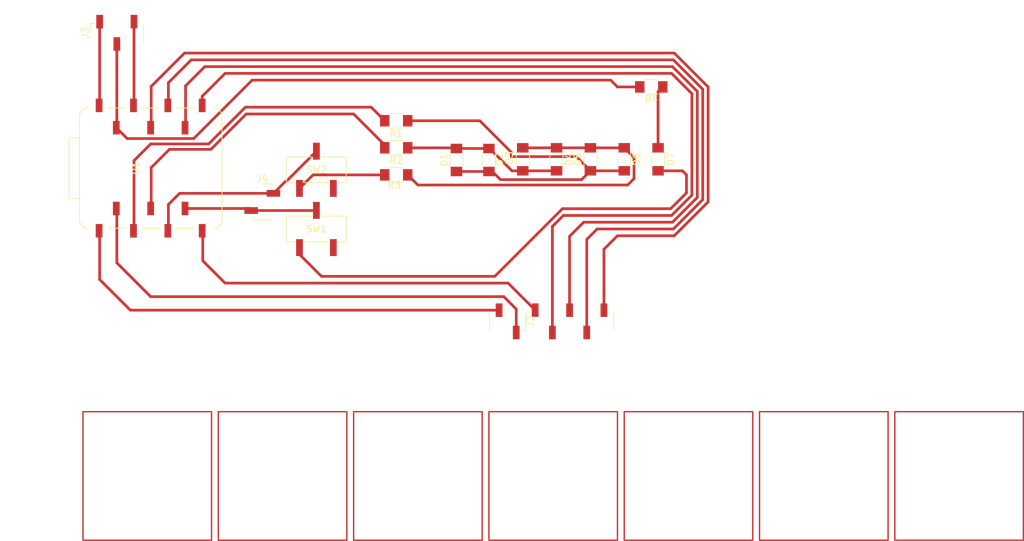
<source format=kicad_pcb>
(kicad_pcb (version 20240108) (generator "pcbnew") (generator_version "8.0")
  (layers (0 "F.Cu" signal) (31 "B.Cu" signal) (34 "B.Paste" user) (35 "F.Paste" user) (36 "B.SilkS" user "B.Silkscreen") (37 "F.SilkS" user "F.Silkscreen") (38 "B.Mask" user) (39 "F.Mask" user) (44 "Edge.Cuts" user))
  (net 0 "")
  (net 1 "Net-(D1-K)")
  (net 2 "Net-(D1-A)")
  (net 3 "Net-(D3-A)")
  (net 4 "Net-(D7-K)")
  (net 5 "D4_SCL")
  (net 6 "QT7_MOSI")
  (net 7 "QT3_TX")
  (net 8 "QT5_SCK")
  (net 9 "QT6_MISO")
  (net 10 "QT4_RX")
  (net 11 "QT1_DAC")
  (net 12 "QT2")
  (net 13 "PWR_5V")
  (net 14 "PWR_GND")
  (net 15 "PWR_3V3")
  (net 16 "D3_SDA")
  (net 17 "D1")
  (net 18 "D2")
  (net 20 "Net-(D7-A)")
  (net 21 "Net-(SW2-A)")
  (footprint "fab:SeeedStudio_XIAO_SocketSMD" (layer "F.Cu") (at 72 75 90)
    (property "Reference" "U1" (at 0.0025 -2.149 90) (layer "F.SilkS"))
    (property "Value" "SeeeduinoXIAO")
    (fp_line (start -7.6175 -10.531) (end 7.6225 -10.531) (stroke (width 0.12)) (layer "F.SilkS"))
    (fp_line (start 8.89 -6.35) (end 8.89 -3.81) (stroke (width 0.12)) (layer "F.SilkS"))
    (fp_line (start -8.89 -6.35) (end -8.89 -3.81) (stroke (width 0.12)) (layer "F.SilkS"))
    (fp_line (start 8.89 -1.27) (end 8.89 1.27) (stroke (width 0.12)) (layer "F.SilkS"))
    (fp_line (start -8.89 -1.27) (end -8.89 1.27) (stroke (width 0.12)) (layer "F.SilkS"))
    (fp_line (start 8.89 3.81) (end 8.89 6.35) (stroke (width 0.12)) (layer "F.SilkS"))
    (fp_line (start -8.89 3.81) (end -8.89 6.35) (stroke (width 0.12)) (layer "F.SilkS"))
    (fp_line (start 7.6225 10.551) (end -7.6175 10.551) (stroke (width 0.12)) (layer "F.SilkS"))
    (fp_rect (start -4.4975 -10.531) (end 4.5025 -12.055) (stroke (width 0.12)) (fill none) (layer "F.SilkS"))
    (fp_arc (start 7.6225 -10.531) (mid 8.520526 -10.159026) (end 8.8925 -9.261) (stroke (width 0.12)) (layer "F.SilkS"))
    (fp_arc (start -8.8875 -9.261) (mid -8.515526 -10.159026) (end -7.6175 -10.531) (stroke (width 0.12)) (layer "F.SilkS"))
    (fp_arc (start 8.8925 9.281) (mid 8.520526 10.179026) (end 7.6225 10.551) (stroke (width 0.12)) (layer "F.SilkS"))
    (fp_arc (start -7.6175 10.551) (mid -8.515526 10.179026) (end -8.8875 9.281) (stroke (width 0.12)) (layer "F.SilkS"))
    (pad "1" smd rect (at -9.27 -7.62 90) (size 2 1) (layers "F.Cu" "F.Paste" "F.Mask") (net 11 "QT1_DAC"))
    (pad "2" smd rect (at -5.97 -5.08 90) (size 2 1) (layers "F.Cu" "F.Paste" "F.Mask") (net 12 "QT2"))
    (pad "3" smd rect (at -9.27 -2.54 90) (size 2 1) (layers "F.Cu" "F.Paste" "F.Mask") (net 17 "D1"))
    (pad "4" smd rect (at -5.97 0 90) (size 2 1) (layers "F.Cu" "F.Paste" "F.Mask") (net 18 "D2"))
    (pad "5" smd rect (at -9.27 2.54 90) (size 2 1) (layers "F.Cu" "F.Paste" "F.Mask") (net 16 "D3_SDA"))
    (pad "6" smd rect (at -5.97 5.08 90) (size 2 1) (layers "F.Cu" "F.Paste" "F.Mask") (net 5 "D4_SCL"))
    (pad "7" smd rect (at -9.27 7.62 90) (size 2 1) (layers "F.Cu" "F.Paste" "F.Mask") (net 7 "QT3_TX"))
    (pad "8" smd rect (at 9.27 7.62 90) (size 2 1) (layers "F.Cu" "F.Paste" "F.Mask") (net 10 "QT4_RX"))
    (pad "9" smd rect (at 5.97 5.08 90) (size 2 1) (layers "F.Cu" "F.Paste" "F.Mask") (net 8 "QT5_SCK"))
    (pad "10" smd rect (at 9.27 2.54 90) (size 2 1) (layers "F.Cu" "F.Paste" "F.Mask") (net 9 "QT6_MISO"))
    (pad "11" smd rect (at 5.97 0 90) (size 2 1) (layers "F.Cu" "F.Paste" "F.Mask") (net 6 "QT7_MOSI"))
    (pad "12" smd rect (at 9.27 -2.54 90) (size 2 1) (layers "F.Cu" "F.Paste" "F.Mask") (net 15 "PWR_3V3"))
    (pad "13" smd rect (at 5.97 -5.08 90) (size 2 1) (layers "F.Cu" "F.Paste" "F.Mask") (net 14 "PWR_GND"))
    (pad "14" smd rect (at 9.27 -7.62 90) (size 2 1) (layers "F.Cu" "F.Paste" "F.Mask") (net 13 "PWR_5V"))
  )
  (footprint "fab:LED_1206" (layer "F.Cu") (at 147 73.7 -90)
    (property "Reference" "D7" (at 0 -1.85 90) (layer "F.SilkS"))
    (property "Value" "LED_1206")
    (fp_line (start -1.1 1) (end 1.1 1) (stroke (width 0.12)) (layer "F.SilkS"))
    (fp_line (start -1.1 -0.95) (end 1.1 -0.95) (stroke (width 0.12)) (layer "F.SilkS"))
    (pad "1" smd rect (at -1.7 0 270) (size 1.4 1.7) (layers "F.Cu" "F.Paste" "F.Mask") (net 4 "Net-(D7-K)"))
    (pad "2" smd rect (at 1.7 0 270) (size 1.4 1.7) (layers "F.Cu" "F.Paste" "F.Mask") (net 20 "Net-(D7-A)"))
  )
  (footprint "fab:PinSocket_1x05_P2.54mm_Vertical_SMD" (layer "F.Cu") (at 133.92 97.65 90)
    (property "Reference" "J1" (hide yes))
    (property "Value" "Conn_PinSocket_1x05_P2.54mm_Vertical_SMD")
    (fp_line (start 1.397 -6.477) (end 0 -6.477) (stroke (width 0.12)) (layer "F.SilkS"))
    (fp_line (start 1.397 -5.842) (end 1.397 -6.477) (stroke (width 0.12)) (layer "F.SilkS"))
    (fp_line (start -1.27 6.52) (end 1.27 6.52) (stroke (width 0.12)) (layer "F.SilkS"))
    (pad "1" smd rect (at 1.65 -5.08 90) (size 2 1) (layers "F.Cu" "F.Paste" "F.Mask") (net 7 "QT3_TX"))
    (pad "2" smd rect (at -1.65 -2.54 90) (size 2 1) (layers "F.Cu" "F.Paste" "F.Mask") (net 10 "QT4_RX"))
    (pad "3" smd rect (at 1.65 0 90) (size 2 1) (layers "F.Cu" "F.Paste" "F.Mask") (net 8 "QT5_SCK"))
    (pad "4" smd rect (at -1.65 2.54 90) (size 2 1) (layers "F.Cu" "F.Paste" "F.Mask") (net 9 "QT6_MISO"))
    (pad "5" smd rect (at 1.65 5.08 90) (size 2 1) (layers "F.Cu" "F.Paste" "F.Mask") (net 6 "QT7_MOSI"))
  )
  (footprint "fab:Switch_Slide_Top_CnK_JS102011JCQN_8.5x3.5mm" (layer "F.Cu") (at 96.5 84)
    (property "Reference" "SW1" (at 0.01 0 0) (layer "F.SilkS"))
    (property "Value" "Switch_Slide_Top_CnK" (hide yes))
    (fp_line (start -4.4 -1.9) (end -4.4 1.9) (stroke (width 0.12)) (layer "F.SilkS"))
    (fp_line (start -4.4 1.9) (end -3.2 1.9) (stroke (width 0.12)) (layer "F.SilkS"))
    (fp_line (start -1.8 1.9) (end 1.8 1.9) (stroke (width 0.12)) (layer "F.SilkS"))
    (fp_line (start -0.7 -1.9) (end -4.4 -1.9) (stroke (width 0.12)) (layer "F.SilkS"))
    (fp_line (start 3.2 1.9) (end 4.4 1.9) (stroke (width 0.12)) (layer "F.SilkS"))
    (fp_line (start 4.4 -1.9) (end 0.7 -1.9) (stroke (width 0.12)) (layer "F.SilkS"))
    (fp_line (start 4.4 1.9) (end 4.4 -1.9) (stroke (width 0.12)) (layer "F.SilkS"))
    (pad "1" smd rect (at -2.5 2.75) (size 1 2.5) (layers "F.Cu" "F.Paste" "F.Mask") (net 20 "Net-(D7-A)"))
    (pad "2" smd rect (at 0 -2.75) (size 1 2.5) (layers "F.Cu" "F.Paste" "F.Mask") (net 5 "D4_SCL"))
    (pad "3" smd rect (at 2.5 2.75) (size 1 2.5) (layers "F.Cu" "F.Paste" "F.Mask"))
  )
  (footprint "fab:LED_1206" (layer "F.Cu") (at 142 73.7 -90)
    (property "Reference" "D6" (at 0 -1.85 90) (layer "F.SilkS"))
    (property "Value" "LED_1206")
    (fp_line (start -1.1 1) (end 1.1 1) (stroke (width 0.12)) (layer "F.SilkS"))
    (fp_line (start -1.1 -0.95) (end 1.1 -0.95) (stroke (width 0.12)) (layer "F.SilkS"))
    (pad "1" smd rect (at -1.7 0 270) (size 1.4 1.7) (layers "F.Cu" "F.Paste" "F.Mask") (net 3 "Net-(D3-A)"))
    (pad "2" smd rect (at 1.7 0 270) (size 1.4 1.7) (layers "F.Cu" "F.Paste" "F.Mask") (net 1 "Net-(D1-K)"))
  )
  (footprint "fab:LED_1206" (layer "F.Cu") (at 137 73.7 90)
    (property "Reference" "D5" (at 0 -1.85 270) (layer "F.SilkS"))
    (property "Value" "LED_1206")
    (fp_line (start -1.1 -0.95) (end 1.1 -0.95) (stroke (width 0.12)) (layer "F.SilkS"))
    (fp_line (start -1.1 1) (end 1.1 1) (stroke (width 0.12)) (layer "F.SilkS"))
    (pad "1" smd rect (at -1.7 0 90) (size 1.4 1.7) (layers "F.Cu" "F.Paste" "F.Mask") (net 1 "Net-(D1-K)"))
    (pad "2" smd rect (at 1.7 0 90) (size 1.4 1.7) (layers "F.Cu" "F.Paste" "F.Mask") (net 3 "Net-(D3-A)"))
  )
  (footprint "fab:R_1206" (layer "F.Cu") (at 146 63 180)
    (property "Reference" "R4" (at 0 -1.85 180) (layer "F.SilkS"))
    (property "Value" "R_1206")
    (fp_line (start 1 1.07) (end -1 1.07) (stroke (width 0.12)) (layer "F.SilkS"))
    (fp_line (start -1 -1.07) (end 1 -1.07) (stroke (width 0.12)) (layer "F.SilkS"))
    (pad "1" smd rect (at -1.7 0 180) (size 1.4 1.7) (layers "F.Cu" "F.Paste" "F.Mask") (net 4 "Net-(D7-K)"))
    (pad "2" smd rect (at 1.7 0 180) (size 1.4 1.7) (layers "F.Cu" "F.Paste" "F.Mask") (net 14 "PWR_GND"))
  )
  (footprint "fab:LED_1206" (layer "F.Cu") (at 117.2 73.8 90)
    (property "Reference" "D1" (at 0 -1.85 270) (layer "F.SilkS"))
    (property "Value" "LED_1206")
    (fp_line (start -1.1 -0.95) (end 1.1 -0.95) (stroke (width 0.12)) (layer "F.SilkS"))
    (fp_line (start -1.1 1) (end 1.1 1) (stroke (width 0.12)) (layer "F.SilkS"))
    (pad "1" smd rect (at -1.7 0 90) (size 1.4 1.7) (layers "F.Cu" "F.Paste" "F.Mask") (net 1 "Net-(D1-K)"))
    (pad "2" smd rect (at 1.7 0 90) (size 1.4 1.7) (layers "F.Cu" "F.Paste" "F.Mask") (net 2 "Net-(D1-A)"))
  )
  (footprint "fab:PinSocket_1x03_P2.54mm_Vertical_SMD" (layer "F.Cu") (at 67 55 90)
    (property "Reference" "J3" (at 0 -4.699 270) (layer "F.SilkS"))
    (property "Value" "Conn_PinSocket_1x03_P2.54mm_Vertical_SMD")
    (fp_line (start 1.397 -3.937) (end 0 -3.937) (stroke (width 0.12)) (layer "F.SilkS"))
    (fp_line (start 1.397 -3.302) (end 1.397 -3.937) (stroke (width 0.12)) (layer "F.SilkS"))
    (fp_line (start -1.27 3.96) (end 1.27 3.96) (stroke (width 0.12)) (layer "F.SilkS"))
    (pad "1" smd rect (at 1.65 -2.54 90) (size 2 1) (layers "F.Cu" "F.Paste" "F.Mask") (net 13 "PWR_5V"))
    (pad "2" smd rect (at -1.65 0 90) (size 2 1) (layers "F.Cu" "F.Paste" "F.Mask") (net 14 "PWR_GND"))
    (pad "3" smd rect (at 1.65 2.54 90) (size 2 1) (layers "F.Cu" "F.Paste" "F.Mask") (net 15 "PWR_3V3"))
  )
  (footprint "fab:LED_1206" (layer "F.Cu") (at 127 73.7 90)
    (property "Reference" "D3" (at 0.193999 -1.964 270) (layer "F.SilkS"))
    (property "Value" "LED_1206")
    (fp_line (start -1.1 -0.95) (end 1.1 -0.95) (stroke (width 0.12)) (layer "F.SilkS"))
    (fp_line (start -1.1 1) (end 1.1 1) (stroke (width 0.12)) (layer "F.SilkS"))
    (pad "1" smd rect (at -1.7 0 90) (size 1.4 1.7) (layers "F.Cu" "F.Paste" "F.Mask") (net 2 "Net-(D1-A)"))
    (pad "2" smd rect (at 1.7 0 90) (size 1.4 1.7) (layers "F.Cu" "F.Paste" "F.Mask") (net 3 "Net-(D3-A)"))
  )
  (footprint "fab:R_1206" (layer "F.Cu") (at 108.3 72 180)
    (property "Reference" "R2" (at 0 -1.85 180) (layer "F.SilkS"))
    (property "Value" "R_1206")
    (fp_line (start 1 1.07) (end -1 1.07) (stroke (width 0.12)) (layer "F.SilkS"))
    (fp_line (start -1 -1.07) (end 1 -1.07) (stroke (width 0.12)) (layer "F.SilkS"))
    (pad "1" smd rect (at -1.7 0 180) (size 1.4 1.7) (layers "F.Cu" "F.Paste" "F.Mask") (net 2 "Net-(D1-A)"))
    (pad "2" smd rect (at 1.7 0 180) (size 1.4 1.7) (layers "F.Cu" "F.Paste" "F.Mask") (net 18 "D2"))
  )
  (footprint "fab:PinSocket_1x02_P2.54mm_Vertical_SMD" (layer "F.Cu") (at 88.5 80)
    (property "Reference" "J4" (at 0 -3.429 360) (layer "F.SilkS"))
    (property "Value" "Conn_PinSocket_1x02_P2.54mm_Vertical_SMD")
    (fp_line (start -1.27 2.667) (end 1.27 2.667) (stroke (width 0.12)) (layer "F.SilkS"))
    (fp_line (start 1.397 -2.667) (end 0 -2.667) (stroke (width 0.12)) (layer "F.SilkS"))
    (fp_line (start 1.397 -2.032) (end 1.397 -2.667) (stroke (width 0.12)) (layer "F.SilkS"))
    (pad "1" smd rect (at 1.65 -1.27) (size 2 1) (layers "F.Cu" "F.Paste" "F.Mask") (net 16 "D3_SDA"))
    (pad "2" smd rect (at -1.65 1.27) (size 2 1) (layers "F.Cu" "F.Paste" "F.Mask") (net 5 "D4_SCL"))
  )
  (footprint "fab:Switch_Slide_Top_CnK_JS102011JCQN_8.5x3.5mm" (layer "F.Cu") (at 96.5 75.25)
    (property "Reference" "SW2" (at 0.01 0 0) (layer "F.SilkS"))
    (property "Value" "Switch_Slide_Top_CnK" (hide yes))
    (fp_line (start -4.4 -1.9) (end -4.4 1.9) (stroke (width 0.12)) (layer "F.SilkS"))
    (fp_line (start -4.4 1.9) (end -3.2 1.9) (stroke (width 0.12)) (layer "F.SilkS"))
    (fp_line (start -1.8 1.9) (end 1.8 1.9) (stroke (width 0.12)) (layer "F.SilkS"))
    (fp_line (start -0.7 -1.9) (end -4.4 -1.9) (stroke (width 0.12)) (layer "F.SilkS"))
    (fp_line (start 3.2 1.9) (end 4.4 1.9) (stroke (width 0.12)) (layer "F.SilkS"))
    (fp_line (start 4.4 -1.9) (end 0.7 -1.9) (stroke (width 0.12)) (layer "F.SilkS"))
    (fp_line (start 4.4 1.9) (end 4.4 -1.9) (stroke (width 0.12)) (layer "F.SilkS"))
    (pad "1" smd rect (at -2.5 2.75) (size 1 2.5) (layers "F.Cu" "F.Paste" "F.Mask") (net 21 "Net-(SW2-A)"))
    (pad "2" smd rect (at 0 -2.75) (size 1 2.5) (layers "F.Cu" "F.Paste" "F.Mask") (net 16 "D3_SDA"))
    (pad "3" smd rect (at 2.5 2.75) (size 1 2.5) (layers "F.Cu" "F.Paste" "F.Mask"))
  )
  (footprint "fab:PinSocket_1x02_P2.54mm_Vertical_SMD" (layer "F.Cu") (at 124.77 97.65 -90)
    (property "Reference" "J2" (at 0 -3.429 90) (layer "F.SilkS"))
    (property "Value" "Conn_PinSocket_1x02_P2.54mm_Vertical_SMD")
    (fp_line (start -1.27 2.667) (end 1.27 2.667) (stroke (width 0.12)) (layer "F.SilkS"))
    (fp_line (start 1.397 -2.032) (end 1.397 -2.667) (stroke (width 0.12)) (layer "F.SilkS"))
    (fp_line (start 1.397 -2.667) (end 0 -2.667) (stroke (width 0.12)) (layer "F.SilkS"))
    (pad "1" smd rect (at 1.65 -1.27 270) (size 2 1) (layers "F.Cu" "F.Paste" "F.Mask") (net 12 "QT2"))
    (pad "2" smd rect (at -1.65 1.27 270) (size 2 1) (layers "F.Cu" "F.Paste" "F.Mask") (net 11 "QT1_DAC"))
  )
  (footprint "fab:R_1206" (layer "F.Cu") (at 108.3 68 180)
    (property "Reference" "R1" (at 0 -1.85 180) (layer "F.SilkS"))
    (property "Value" "R_1206")
    (fp_line (start 1 1.07) (end -1 1.07) (stroke (width 0.12)) (layer "F.SilkS"))
    (fp_line (start -1 -1.07) (end 1 -1.07) (stroke (width 0.12)) (layer "F.SilkS"))
    (pad "1" smd rect (at -1.7 0 180) (size 1.4 1.7) (layers "F.Cu" "F.Paste" "F.Mask") (net 1 "Net-(D1-K)"))
    (pad "2" smd rect (at 1.7 0 180) (size 1.4 1.7) (layers "F.Cu" "F.Paste" "F.Mask") (net 17 "D1"))
  )
  (footprint "fab:LED_1206" (layer "F.Cu") (at 122 73.8 -90)
    (property "Reference" "D2" (at -0.1 -1.55 90) (layer "F.SilkS"))
    (property "Value" "LED_1206")
    (fp_line (start -1.1 1) (end 1.1 1) (stroke (width 0.12)) (layer "F.SilkS"))
    (fp_line (start -1.1 -0.95) (end 1.1 -0.95) (stroke (width 0.12)) (layer "F.SilkS"))
    (pad "1" smd rect (at -1.7 0 270) (size 1.4 1.7) (layers "F.Cu" "F.Paste" "F.Mask") (net 2 "Net-(D1-A)"))
    (pad "2" smd rect (at 1.7 0 270) (size 1.4 1.7) (layers "F.Cu" "F.Paste" "F.Mask") (net 1 "Net-(D1-K)"))
  )
  (footprint "fab:R_1206" (layer "F.Cu") (at 108.3 76 180)
    (property "Reference" "R3" (at 0.3 -1.52 180) (layer "F.SilkS"))
    (property "Value" "R_1206")
    (fp_line (start 1 1.07) (end -1 1.07) (stroke (width 0.12)) (layer "F.SilkS"))
    (fp_line (start -1 -1.07) (end 1 -1.07) (stroke (width 0.12)) (layer "F.SilkS"))
    (pad "1" smd rect (at -1.7 0 180) (size 1.4 1.7) (layers "F.Cu" "F.Paste" "F.Mask") (net 3 "Net-(D3-A)"))
    (pad "2" smd rect (at 1.7 0 180) (size 1.4 1.7) (layers "F.Cu" "F.Paste" "F.Mask") (net 21 "Net-(SW2-A)"))
  )
  (footprint "fab:LED_1206" (layer "F.Cu") (at 132 73.7 -90)
    (property "Reference" "D4" (at 0 -1.85 90) (layer "F.SilkS"))
    (property "Value" "LED_1206")
    (fp_line (start -1.1 1) (end 1.1 1) (stroke (width 0.12)) (layer "F.SilkS"))
    (fp_line (start -1.1 -0.95) (end 1.1 -0.95) (stroke (width 0.12)) (layer "F.SilkS"))
    (pad "1" smd rect (at -1.7 0 270) (size 1.4 1.7) (layers "F.Cu" "F.Paste" "F.Mask") (net 3 "Net-(D3-A)"))
    (pad "2" smd rect (at 1.7 0 270) (size 1.4 1.7) (layers "F.Cu" "F.Paste" "F.Mask") (net 2 "Net-(D1-A)"))
  )
  (gr_rect (start 122 111) (end 141 130) (stroke (width 0.2)) (fill none) (layer "F.Cu"))
  (gr_rect (start 62 111) (end 81 130) (stroke (width 0.2)) (fill none) (layer "F.Cu"))
  (gr_rect (start 82 111) (end 101 130) (stroke (width 0.2)) (fill none) (layer "F.Cu"))
  (gr_rect (start 142 111) (end 161 130) (stroke (width 0.2)) (fill none) (layer "F.Cu"))
  (gr_rect (start 162 111) (end 181 130) (stroke (width 0.2)) (fill none) (layer "F.Cu"))
  (gr_rect (start 182 111) (end 201 130) (stroke (width 0.2)) (fill none) (layer "F.Cu"))
  (gr_rect (start 102 111) (end 121 130) (stroke (width 0.2)) (fill none) (layer "F.Cu"))
  (segment (start 120.65 68) (end 125.3 72.65) (width 0.4) (layer "F.Cu") (net 1))
  (segment (start 122 75.5) (end 122.5 75.5) (width 0.4) (layer "F.Cu") (net 1))
  (segment (start 137 75.4) (end 142 75.4) (width 0.4) (layer "F.Cu") (net 1))
  (segment (start 117.2 75.5) (end 122 75.5) (width 0.4) (layer "F.Cu") (net 1))
  (segment (start 135.7 76.7) (end 137 75.4) (width 0.4) (layer "F.Cu") (net 1))
  (segment (start 134.9 73.3) (end 137 75.4) (width 0.4) (layer "F.Cu") (net 1))
  (segment (start 125.3 72.65) (end 125.3 73.3) (width 0.4) (layer "F.Cu") (net 1))
  (segment (start 122.5 75.5) (end 123.7 76.7) (width 0.4) (layer "F.Cu") (net 1))
  (segment (start 110 68) (end 120.65 68) (width 0.4) (layer "F.Cu") (net 1))
  (segment (start 123.7 76.7) (end 135.7 76.7) (width 0.4) (layer "F.Cu") (net 1))
  (segment (start 125.3 73.3) (end 134.9 73.3) (width 0.4) (layer "F.Cu") (net 1))
  (segment (start 122 72.1) (end 122.1 72.1) (width 0.4) (layer "F.Cu") (net 2))
  (segment (start 117.2 72.1) (end 122 72.1) (width 0.4) (layer "F.Cu") (net 2))
  (segment (start 125.4 75.4) (end 127 75.4) (width 0.4) (layer "F.Cu") (net 2))
  (segment (start 122.1 72.1) (end 125.4 75.4) (width 0.4) (layer "F.Cu") (net 2))
  (segment (start 110 72) (end 117.1 72) (width 0.4) (layer "F.Cu") (net 2))
  (segment (start 117.1 72) (end 117.2 72.1) (width 0.4) (layer "F.Cu") (net 2))
  (segment (start 127 75.4) (end 132 75.4) (width 0.4) (layer "F.Cu") (net 2))
  (segment (start 127 72) (end 132 72) (width 0.4) (layer "F.Cu") (net 3))
  (segment (start 142 72) (end 137 72) (width 0.4) (layer "F.Cu") (net 3))
  (segment (start 110 76) (end 111.5 77.5) (width 0.4) (layer "F.Cu") (net 3))
  (segment (start 111.5 77.5) (end 142.5 77.5) (width 0.4) (layer "F.Cu") (net 3))
  (segment (start 143.45 73.45) (end 142 72) (width 0.4) (layer "F.Cu") (net 3))
  (segment (start 143.45 76.55) (end 143.45 73.45) (width 0.4) (layer "F.Cu") (net 3))
  (segment (start 137 72) (end 132 72) (width 0.4) (layer "F.Cu") (net 3))
  (segment (start 142.5 77.5) (end 143.45 76.55) (width 0.4) (layer "F.Cu") (net 3))
  (segment (start 147 63.7) (end 147.7 63) (width 0.4) (layer "F.Cu") (net 4))
  (segment (start 147 72) (end 147 63.7) (width 0.4) (layer "F.Cu") (net 4))
  (segment (start 86.85 81.27) (end 96.48 81.27) (width 0.4) (layer "F.Cu") (net 5))
  (segment (start 77.08 80.97) (end 86.55 80.97) (width 0.4) (layer "F.Cu") (net 5))
  (segment (start 96.48 81.27) (end 96.5 81.25) (width 0.4) (layer "F.Cu") (net 5))
  (segment (start 86.55 80.97) (end 86.85 81.27) (width 0.4) (layer "F.Cu") (net 5))
  (segment (start 72 69.03) (end 72.08 68.95) (width 0.4) (layer "F.Cu") (net 6))
  (segment (start 139 87) (end 139 96) (width 0.4) (layer "F.Cu") (net 6))
  (segment (start 141 85) (end 139 87) (width 0.4) (layer "F.Cu") (net 6))
  (segment (start 77 58) (end 149.394112 58) (width 0.4) (layer "F.Cu") (net 6))
  (segment (start 72.08 62.92) (end 77 58) (width 0.4) (layer "F.Cu") (net 6))
  (segment (start 72.08 68.95) (end 72.08 62.92) (width 0.4) (layer "F.Cu") (net 6))
  (segment (start 154.4 79.99411) (end 149.39411 85) (width 0.4) (layer "F.Cu") (net 6))
  (segment (start 154.4 63.005887) (end 154.4 79.99411) (width 0.4) (layer "F.Cu") (net 6))
  (segment (start 149.39411 85) (end 141 85) (width 0.4) (layer "F.Cu") (net 6))
  (segment (start 149.394112 58) (end 154.4 63.005887) (width 0.4) (layer "F.Cu") (net 6))
  (segment (start 83 92) (end 79.7 88.7) (width 0.4) (layer "F.Cu") (net 7))
  (segment (start 128.84 96) (end 124.84 92) (width 0.4) (layer "F.Cu") (net 7))
  (segment (start 79.7 88.7) (end 79.7 84.35) (width 0.4) (layer "F.Cu") (net 7))
  (segment (start 79.7 84.35) (end 79.62 84.27) (width 0.4) (layer "F.Cu") (net 7))
  (segment (start 124.84 92) (end 83 92) (width 0.4) (layer "F.Cu") (net 7))
  (segment (start 77.16 62.84) (end 80 60) (width 0.4) (layer "F.Cu") (net 8))
  (segment (start 136 83) (end 133.92 85.08) (width 0.4) (layer "F.Cu") (net 8))
  (segment (start 149.13137 60) (end 152.8 63.668629) (width 0.4) (layer "F.Cu") (net 8))
  (segment (start 80 60) (end 149.13137 60) (width 0.4) (layer "F.Cu") (net 8))
  (segment (start 133.92 85.08) (end 133.92 96) (width 0.4) (layer "F.Cu") (net 8))
  (segment (start 152.8 79.33137) (end 149.13137 83) (width 0.4) (layer "F.Cu") (net 8))
  (segment (start 149.13137 83) (end 136 83) (width 0.4) (layer "F.Cu") (net 8))
  (segment (start 77.08 69.03) (end 77.16 68.95) (width 0.4) (layer "F.Cu") (net 8))
  (segment (start 152.8 63.668629) (end 152.8 79.33137) (width 0.4) (layer "F.Cu") (net 8))
  (segment (start 77.16 68.95) (end 77.16 62.84) (width 0.4) (layer "F.Cu") (net 8))
  (segment (start 153.6 79.66274) (end 149.26274 84) (width 0.4) (layer "F.Cu") (net 9))
  (segment (start 153.6 63.337258) (end 153.6 79.66274) (width 0.4) (layer "F.Cu") (net 9))
  (segment (start 136.46 85.54) (end 136.46 99.3) (width 0.4) (layer "F.Cu") (net 9))
  (segment (start 149.26274 84) (end 138 84) (width 0.4) (layer "F.Cu") (net 9))
  (segment (start 74.62 62.38) (end 78 59) (width 0.4) (layer "F.Cu") (net 9))
  (segment (start 74.62 65.65) (end 74.62 62.38) (width 0.4) (layer "F.Cu") (net 9))
  (segment (start 149.262742 59) (end 153.6 63.337258) (width 0.4) (layer "F.Cu") (net 9))
  (segment (start 74.54 65.73) (end 74.62 65.65) (width 0.4) (layer "F.Cu") (net 9))
  (segment (start 138 84) (end 136.46 85.54) (width 0.4) (layer "F.Cu") (net 9))
  (segment (start 78 59) (end 149.262742 59) (width 0.4) (layer "F.Cu") (net 9))
  (segment (start 79.62 65.73) (end 79.62 64.38) (width 0.4) (layer "F.Cu") (net 10))
  (segment (start 152 79) (end 149 82) (width 0.4) (layer "F.Cu") (net 10))
  (segment (start 149 61) (end 152 64) (width 0.4) (layer "F.Cu") (net 10))
  (segment (start 133 82) (end 131.38 83.62) (width 0.4) (layer "F.Cu") (net 10))
  (segment (start 83 61) (end 149 61) (width 0.4) (layer "F.Cu") (net 10))
  (segment (start 79.62 64.38) (end 83 61) (width 0.4) (layer "F.Cu") (net 10))
  (segment (start 152 64) (end 152 79) (width 0.4) (layer "F.Cu") (net 10))
  (segment (start 149 82) (end 133 82) (width 0.4) (layer "F.Cu") (net 10))
  (segment (start 131.38 83.62) (end 131.38 99.3) (width 0.4) (layer "F.Cu") (net 10))
  (segment (start 64.46 84.35) (end 64.38 84.27) (width 0.4) (layer "F.Cu") (net 11))
  (segment (start 64.46 91.46) (end 64.46 84.35) (width 0.4) (layer "F.Cu") (net 11))
  (segment (start 69 96) (end 64.46 91.46) (width 0.4) (layer "F.Cu") (net 11))
  (segment (start 123.5 96) (end 69 96) (width 0.4) (layer "F.Cu") (net 11))
  (segment (start 67 81.05) (end 66.92 80.97) (width 0.4) (layer "F.Cu") (net 12))
  (segment (start 124.2 94) (end 72 94) (width 0.4) (layer "F.Cu") (net 12))
  (segment (start 126.04 99.3) (end 126.04 95.84) (width 0.4) (layer "F.Cu") (net 12))
  (segment (start 72 94) (end 67 89) (width 0.4) (layer "F.Cu") (net 12))
  (segment (start 67 89) (end 67 81.05) (width 0.4) (layer "F.Cu") (net 12))
  (segment (start 126.04 95.84) (end 124.2 94) (width 0.4) (layer "F.Cu") (net 12))
  (segment (start 64.38 65.73) (end 64.46 65.65) (width 0.4) (layer "F.Cu") (net 13))
  (segment (start 64.46 65.65) (end 64.46 53.35) (width 0.4) (layer "F.Cu") (net 13))
  (segment (start 141 63) (end 144.3 63) (width 0.4) (layer "F.Cu") (net 14))
  (segment (start 68.52 70.63) (end 78.37 70.63) (width 0.4) (layer "F.Cu") (net 14))
  (segment (start 87 62) (end 140 62) (width 0.4) (layer "F.Cu") (net 14))
  (segment (start 140 62) (end 141 63) (width 0.4) (layer "F.Cu") (net 14))
  (segment (start 66.92 69.03) (end 67 68.95) (width 0.4) (layer "F.Cu") (net 14))
  (segment (start 67 68.95) (end 67 56.65) (width 0.4) (layer "F.Cu") (net 14))
  (segment (start 66.92 69.03) (end 68.52 70.63) (width 0.4) (layer "F.Cu") (net 14))
  (segment (start 78.37 70.63) (end 87 62) (width 0.4) (layer "F.Cu") (net 14))
  (segment (start 69.54 53.35) (end 69.54 65.65) (width 0.4) (layer "F.Cu") (net 15))
  (segment (start 69.54 65.65) (end 69.46 65.73) (width 0.4) (layer "F.Cu") (net 15))
  (segment (start 76.27 78.73) (end 90.15 78.73) (width 0.4) (layer "F.Cu") (net 16))
  (segment (start 90.15 78.73) (end 91.88 77) (width 0.4) (layer "F.Cu") (net 16))
  (segment (start 74.54 84.27) (end 74.62 84.19) (width 0.4) (layer "F.Cu") (net 16))
  (segment (start 91.88 77) (end 92 77) (width 0.4) (layer "F.Cu") (net 16))
  (segment (start 92 77) (end 96.5 72.5) (width 0.4) (layer "F.Cu") (net 16))
  (segment (start 74.62 84.19) (end 74.62 80.38) (width 0.4) (layer "F.Cu") (net 16))
  (segment (start 74.62 80.38) (end 76.27 78.73) (width 0.4) (layer "F.Cu") (net 16))
  (segment (start 69.54 73.89) (end 72 71.43) (width 0.4) (layer "F.Cu") (net 17))
  (segment (start 69.46 84.27) (end 69.54 84.19) (width 0.4) (layer "F.Cu") (net 17))
  (segment (start 80.57 71.43) (end 86 66) (width 0.4) (layer "F.Cu") (net 17))
  (segment (start 72 71.43) (end 80.57 71.43) (width 0.4) (layer "F.Cu") (net 17))
  (segment (start 69.54 84.19) (end 69.54 73.89) (width 0.4) (layer "F.Cu") (net 17))
  (segment (start 86 66) (end 104.6 66) (width 0.4) (layer "F.Cu") (net 17))
  (segment (start 104.6 66) (end 106.6 68) (width 0.4) (layer "F.Cu") (net 17))
  (segment (start 72.08 74.92) (end 74.77 72.23) (width 0.4) (layer "F.Cu") (net 18))
  (segment (start 74.77 72.23) (end 80.901371 72.23) (width 0.4) (layer "F.Cu") (net 18))
  (segment (start 106.6 71.6) (end 106.6 72) (width 0.4) (layer "F.Cu") (net 18))
  (segment (start 72 80.97) (end 72.08 80.89) (width 0.4) (layer "F.Cu") (net 18))
  (segment (start 80.901371 72.23) (end 86.131371 67) (width 0.4) (layer "F.Cu") (net 18))
  (segment (start 86.131371 67) (end 102 67) (width 0.4) (layer "F.Cu") (net 18))
  (segment (start 102 67) (end 106.6 71.6) (width 0.4) (layer "F.Cu") (net 18))
  (segment (start 72.08 80.89) (end 72.08 74.92) (width 0.4) (layer "F.Cu") (net 18))
  (segment (start 147 75.4) (end 150.6 75.4) (width 0.4) (layer "F.Cu") (net 20))
  (segment (start 122.86863 91) (end 97.25 91) (width 0.4) (layer "F.Cu") (net 20))
  (segment (start 132.86863 81) (end 122.86863 91) (width 0.4) (layer "F.Cu") (net 20))
  (segment (start 150.6 75.4) (end 151.2 76) (width 0.4) (layer "F.Cu") (net 20))
  (segment (start 148.86863 81) (end 132.86863 81) (width 0.4) (layer "F.Cu") (net 20))
  (segment (start 97.25 91) (end 94 87.75) (width 0.4) (layer "F.Cu") (net 20))
  (segment (start 151.2 76) (end 151.2 78.66863) (width 0.4) (layer "F.Cu") (net 20))
  (segment (start 94 87.75) (end 94 86.75) (width 0.4) (layer "F.Cu") (net 20))
  (segment (start 151.2 78.66863) (end 148.86863 81) (width 0.4) (layer "F.Cu") (net 20))
  (segment (start 96 76) (end 106.6 76) (width 0.4) (layer "F.Cu") (net 21))
  (segment (start 94 78) (end 96 76) (width 0.4) (layer "F.Cu") (net 21))
)
</source>
